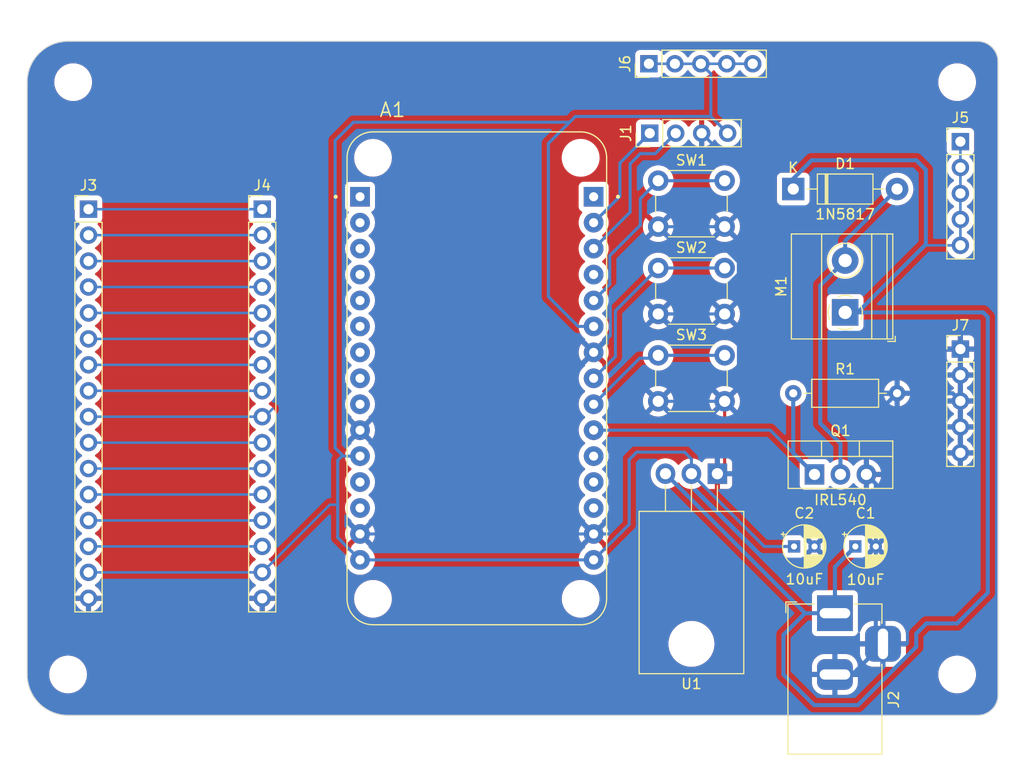
<source format=kicad_pcb>
(kicad_pcb (version 20221018) (generator pcbnew)
  (layers (0 "F.Cu" signal) (31 "B.Cu" signal) (34 "B.Paste" user) (35 "F.Paste" user) (36 "B.SilkS" user "B.Silkscreen") (37 "F.SilkS" user "F.Silkscreen") (38 "B.Mask" user) (39 "F.Mask" user) (44 "Edge.Cuts" user))
  (net 0 "")
  (net 10 "GND")
  (net 11 "+3.3V")
  (net 15 "/D1")
  (net 16 "/D2")
  (net 17 "/D3")
  (net 18 "/D4")
  (net 19 "/D5")
  (net 20 "/D6")
  (net 21 "/D7")
  (net 25 "+12V")
  (net 26 "Net-(D1-A)")
  (net 27 "Net-(J3-Pin_1)")
  (net 28 "Net-(J3-Pin_2)")
  (net 29 "Net-(J3-Pin_3)")
  (net 30 "Net-(J3-Pin_4)")
  (net 31 "Net-(J3-Pin_5)")
  (net 32 "Net-(J3-Pin_6)")
  (net 33 "Net-(J3-Pin_7)")
  (net 34 "Net-(J3-Pin_8)")
  (net 35 "Net-(J3-Pin_9)")
  (net 36 "Net-(J3-Pin_10)")
  (net 37 "Net-(J3-Pin_11)")
  (net 38 "Net-(J3-Pin_12)")
  (net 39 "Net-(J3-Pin_13)")
  (net 40 "Net-(J3-Pin_14)")
  (footprint "PCM_Espressif:Nodemcu V2_ESP8266" (layer "F.Cu") (at 100 107)
    (fp_text reference "A1" (at -8.255 -26.289) (layer "F.SilkS") (effects (font (size 1.4 1.4))))
    (fp_text value "Nodemcu V2_ESP8266")
    (pad "" np_thru_hole circle (at -10.16 -21.59) (size 3.2 3.2) (drill 3.2) (layers "*.Cu" "*.Mask"))
    (pad "" np_thru_hole circle (at -10.16 21.59) (size 3.2 3.2) (drill 3.2) (layers "*.Cu" "*.Mask"))
    (pad "" np_thru_hole circle (at 10.16 -21.59) (size 3.2 3.2) (drill 3.2) (layers "*.Cu" "*.Mask"))
    (pad "" np_thru_hole circle (at 10.16 21.59) (size 3.2 3.2) (drill 3.2) (layers "*.Cu" "*.Mask"))
    (pad "J1_1" thru_hole rect (at -11.43 -17.78) (size 1.93 1.93) (drill 0.889) (layers "*.Cu" "*.Mask"))
    (pad "J1_2" thru_hole circle (at -11.43 -15.24) (size 1.93 1.93) (drill 0.889) (layers "*.Cu" "*.Mask"))
    (pad "J1_3" thru_hole circle (at -11.43 -12.7) (size 1.93 1.93) (drill 0.889) (layers "*.Cu" "*.Mask"))
    (pad "J1_4" thru_hole circle (at -11.43 -10.16) (size 1.93 1.93) (drill 0.889) (layers "*.Cu" "*.Mask"))
    (pad "J1_5" thru_hole circle (at -11.43 -7.62) (size 1.93 1.93) (drill 0.889) (layers "*.Cu" "*.Mask"))
    (pad "J1_6" thru_hole circle (at -11.43 -5.08) (size 1.93 1.93) (drill 0.889) (layers "*.Cu" "*.Mask"))
    (pad "J1_7" thru_hole circle (at -11.43 -2.54) (size 1.93 1.93) (drill 0.889) (layers "*.Cu" "*.Mask"))
    (pad "J1_8" thru_hole circle (at -11.43 0) (size 1.93 1.93) (drill 0.889) (layers "*.Cu" "*.Mask"))
    (pad "J1_9" thru_hole circle (at -11.43 2.54) (size 1.93 1.93) (drill 0.889) (layers "*.Cu" "*.Mask"))
    (pad "J1_10" thru_hole circle (at -11.43 5.08) (size 1.93 1.93) (drill 0.889) (layers "*.Cu" "*.Mask") (net 10 "GND"))
    (pad "J1_11" thru_hole circle (at -11.43 7.62) (size 1.93 1.93) (drill 0.889) (layers "*.Cu" "*.Mask") (net 11 "+3.3V"))
    (pad "J1_12" thru_hole circle (at -11.43 10.16) (size 1.93 1.93) (drill 0.889) (layers "*.Cu" "*.Mask"))
    (pad "J1_13" thru_hole circle (at -11.43 12.7) (size 1.93 1.93) (drill 0.889) (layers "*.Cu" "*.Mask"))
    (pad "J1_14" thru_hole circle (at -11.43 15.24) (size 1.93 1.93) (drill 0.889) (layers "*.Cu" "*.Mask") (net 10 "GND"))
    (pad "J1_15" thru_hole circle (at -11.43 17.78) (size 1.93 1.93) (drill 0.889) (layers "*.Cu" "*.Mask") (net 11 "+3.3V"))
    (pad "J2_1" thru_hole rect (at 11.43 -17.78) (size 1.93 1.93) (drill 0.889) (layers "*.Cu" "*.Mask"))
    (pad "J2_2" thru_hole circle (at 11.43 -15.24) (size 1.93 1.93) (drill 0.889) (layers "*.Cu" "*.Mask") (net 15 "/D1"))
    (pad "J2_3" thru_hole circle (at 11.43 -12.7) (size 1.93 1.93) (drill 0.889) (layers "*.Cu" "*.Mask") (net 16 "/D2"))
    (pad "J2_4" thru_hole circle (at 11.43 -10.16) (size 1.93 1.93) (drill 0.889) (layers "*.Cu" "*.Mask") (net 17 "/D3"))
    (pad "J2_5" thru_hole circle (at 11.43 -7.62) (size 1.93 1.93) (drill 0.889) (layers "*.Cu" "*.Mask") (net 18 "/D4"))
    (pad "J2_6" thru_hole circle (at 11.43 -5.08) (size 1.93 1.93) (drill 0.889) (layers "*.Cu" "*.Mask") (net 11 "+3.3V"))
    (pad "J2_7" thru_hole circle (at 11.43 -2.54) (size 1.93 1.93) (drill 0.889) (layers "*.Cu" "*.Mask") (net 10 "GND"))
    (pad "J2_8" thru_hole circle (at 11.43 0) (size 1.93 1.93) (drill 0.889) (layers "*.Cu" "*.Mask") (net 19 "/D5"))
    (pad "J2_9" thru_hole circle (at 11.43 2.54) (size 1.93 1.93) (drill 0.889) (layers "*.Cu" "*.Mask") (net 20 "/D6"))
    (pad "J2_10" thru_hole circle (at 11.43 5.08) (size 1.93 1.93) (drill 0.889) (layers "*.Cu" "*.Mask") (net 21 "/D7"))
    (pad "J2_11" thru_hole circle (at 11.43 7.62) (size 1.93 1.93) (drill 0.889) (layers "*.Cu" "*.Mask"))
    (pad "J2_12" thru_hole circle (at 11.43 10.16) (size 1.93 1.93) (drill 0.889) (layers "*.Cu" "*.Mask"))
    (pad "J2_13" thru_hole circle (at 11.43 12.7) (size 1.93 1.93) (drill 0.889) (layers "*.Cu" "*.Mask"))
    (pad "J2_14" thru_hole circle (at 11.43 15.24) (size 1.93 1.93) (drill 0.889) (layers "*.Cu" "*.Mask") (net 10 "GND"))
    (pad "J2_15" thru_hole circle (at 11.43 17.78) (size 1.93 1.93) (drill 0.889) (layers "*.Cu" "*.Mask") (net 11 "+3.3V"))
  )
  (footprint "Capacitor_THT:CP_Radial_D4.0mm_P2.00mm" (layer "F.Cu") (at 131.0425 123.465)
    (fp_text reference "C2" (at 1 -3.25) (layer "F.SilkS"))
    (fp_text value "10uF" (at 1.0121 3.2048) (layer "F.SilkS"))
    (pad "1" thru_hole rect (at 0 0) (size 1.2 1.2) (drill 0.6) (layers "*.Cu" "*.Mask") (net 11 "+3.3V"))
    (pad "2" thru_hole circle (at 2 0) (size 1.2 1.2) (drill 0.6) (layers "*.Cu" "*.Mask") (net 10 "GND"))
  )
  (footprint "TerminalBlock_Phoenix:TerminalBlock_Phoenix_MKDS-1,5-2-5.08_1x02_P5.08mm_Horizontal" (layer "F.Cu") (at 136.0425 100.545 90)
    (fp_text reference "M1" (at 2.54 -6.26 90) (layer "F.SilkS"))
    (fp_text value "Motor_DC")
    (pad "1" thru_hole rect (at 0 0 90) (size 2.6 2.6) (drill 1.3) (layers "*.Cu" "*.Mask") (net 25 "+12V"))
    (pad "2" thru_hole circle (at 5.08 0 90) (size 2.6 2.6) (drill 1.3) (layers "*.Cu" "*.Mask") (net 26 "Net-(D1-A)"))
  )
  (footprint "Button_Switch_THT:SW_PUSH_6mm_H4.3mm" (layer "F.Cu") (at 117.75 104.75)
    (fp_text reference "SW3" (at 3.25 -2) (layer "F.SilkS"))
    (fp_text value "SW_Push")
    (pad "1" thru_hole circle (at 0 0 90) (size 2 2) (drill 1.1) (layers "*.Cu" "*.Mask") (net 20 "/D6"))
    (pad "1" thru_hole circle (at 6.5 0 90) (size 2 2) (drill 1.1) (layers "*.Cu" "*.Mask") (net 20 "/D6"))
    (pad "2" thru_hole circle (at 0 4.5 90) (size 2 2) (drill 1.1) (layers "*.Cu" "*.Mask") (net 10 "GND"))
    (pad "2" thru_hole circle (at 6.5 4.5 90) (size 2 2) (drill 1.1) (layers "*.Cu" "*.Mask") (net 10 "GND"))
  )
  (footprint "Connector_PinHeader_2.54mm:PinHeader_1x16_P2.54mm_Vertical" (layer "F.Cu") (at 79 90.44)
    (fp_text reference "J4" (at 0 -2.33) (layer "F.SilkS"))
    (fp_text value "Conn_01x16_Pin")
    (pad "1" thru_hole rect (at 0 0) (size 1.7 1.7) (drill 1) (layers "*.Cu" "*.Mask") (net 27 "Net-(J3-Pin_1)"))
    (pad "2" thru_hole oval (at 0 2.54) (size 1.7 1.7) (drill 1) (layers "*.Cu" "*.Mask") (net 28 "Net-(J3-Pin_2)"))
    (pad "3" thru_hole oval (at 0 5.08) (size 1.7 1.7) (drill 1) (layers "*.Cu" "*.Mask") (net 29 "Net-(J3-Pin_3)"))
    (pad "4" thru_hole oval (at 0 7.62) (size 1.7 1.7) (drill 1) (layers "*.Cu" "*.Mask") (net 30 "Net-(J3-Pin_4)"))
    (pad "5" thru_hole oval (at 0 10.16) (size 1.7 1.7) (drill 1) (layers "*.Cu" "*.Mask") (net 31 "Net-(J3-Pin_5)"))
    (pad "6" thru_hole oval (at 0 12.7) (size 1.7 1.7) (drill 1) (layers "*.Cu" "*.Mask") (net 32 "Net-(J3-Pin_6)"))
    (pad "7" thru_hole oval (at 0 15.24) (size 1.7 1.7) (drill 1) (layers "*.Cu" "*.Mask") (net 33 "Net-(J3-Pin_7)"))
    (pad "8" thru_hole oval (at 0 17.78) (size 1.7 1.7) (drill 1) (layers "*.Cu" "*.Mask") (net 34 "Net-(J3-Pin_8)"))
    (pad "9" thru_hole oval (at 0 20.32) (size 1.7 1.7) (drill 1) (layers "*.Cu" "*.Mask") (net 35 "Net-(J3-Pin_9)"))
    (pad "10" thru_hole oval (at 0 22.86) (size 1.7 1.7) (drill 1) (layers "*.Cu" "*.Mask") (net 36 "Net-(J3-Pin_10)"))
    (pad "11" thru_hole oval (at 0 25.4) (size 1.7 1.7) (drill 1) (layers "*.Cu" "*.Mask") (net 37 "Net-(J3-Pin_11)"))
    (pad "12" thru_hole oval (at 0 27.94) (size 1.7 1.7) (drill 1) (layers "*.Cu" "*.Mask") (net 38 "Net-(J3-Pin_12)"))
    (pad "13" thru_hole oval (at 0 30.48) (size 1.7 1.7) (drill 1) (layers "*.Cu" "*.Mask") (net 39 "Net-(J3-Pin_13)"))
    (pad "14" thru_hole oval (at 0 33.02) (size 1.7 1.7) (drill 1) (layers "*.Cu" "*.Mask") (net 40 "Net-(J3-Pin_14)"))
    (pad "15" thru_hole oval (at 0 35.56) (size 1.7 1.7) (drill 1) (layers "*.Cu" "*.Mask") (net 11 "+3.3V"))
    (pad "16" thru_hole oval (at 0 38.1) (size 1.7 1.7) (drill 1) (layers "*.Cu" "*.Mask") (net 10 "GND"))
  )
  (footprint "MountingHole:MountingHole_3.2mm_M3" (layer "F.Cu") (at 60.5 78)
    (fp_text reference "H4")
    (fp_text value "MountingHole")
    (pad "" np_thru_hole circle (at 0 0) (size 3.2 3.2) (drill 3.2) (layers "*.Cu" "*.Mask"))
  )
  (footprint "MountingHole:MountingHole_3.2mm_M3" (layer "F.Cu") (at 147 78)
    (fp_text reference "H3")
    (fp_text value "MountingHole")
    (pad "" np_thru_hole circle (at 0 0) (size 3.2 3.2) (drill 3.2) (layers "*.Cu" "*.Mask"))
  )
  (footprint "Connector_PinHeader_2.54mm:PinHeader_1x05_P2.54mm_Vertical" (layer "F.Cu") (at 147.32 104.14)
    (fp_text reference "J7" (at 0 -2.33) (layer "F.SilkS"))
    (fp_text value "Conn_01x05_Pin")
    (pad "1" thru_hole rect (at 0 0) (size 1.7 1.7) (drill 1) (layers "*.Cu" "*.Mask") (net 10 "GND"))
    (pad "2" thru_hole oval (at 0 2.54) (size 1.7 1.7) (drill 1) (layers "*.Cu" "*.Mask") (net 10 "GND"))
    (pad "3" thru_hole oval (at 0 5.08) (size 1.7 1.7) (drill 1) (layers "*.Cu" "*.Mask") (net 10 "GND"))
    (pad "4" thru_hole oval (at 0 7.62) (size 1.7 1.7) (drill 1) (layers "*.Cu" "*.Mask") (net 10 "GND"))
    (pad "5" thru_hole oval (at 0 10.16) (size 1.7 1.7) (drill 1) (layers "*.Cu" "*.Mask") (net 10 "GND"))
  )
  (footprint "Package_TO_SOT_THT:TO-220-3_Vertical" (layer "F.Cu") (at 133.0425 116.41)
    (fp_text reference "Q1" (at 2.54 -4.27) (layer "F.SilkS"))
    (fp_text value "IRL540" (at 2.54 2.5) (layer "F.SilkS"))
    (pad "1" thru_hole rect (at 0 0) (size 1.905 2) (drill 1.1) (layers "*.Cu" "*.Mask") (net 21 "/D7"))
    (pad "2" thru_hole oval (at 2.54 0) (size 1.905 2) (drill 1.1) (layers "*.Cu" "*.Mask") (net 26 "Net-(D1-A)"))
    (pad "3" thru_hole oval (at 5.08 0) (size 1.905 2) (drill 1.1) (layers "*.Cu" "*.Mask") (net 10 "GND"))
  )
  (footprint "Connector_PinHeader_2.54mm:PinHeader_1x04_P2.54mm_Vertical" (layer "F.Cu") (at 116.92 83 90)
    (fp_text reference "J1" (at 0 -2.33 90) (layer "F.SilkS"))
    (fp_text value "Conn_01x04_Pin")
    (pad "1" thru_hole rect (at 0 0 90) (size 1.7 1.7) (drill 1) (layers "*.Cu" "*.Mask") (net 15 "/D1"))
    (pad "2" thru_hole oval (at 0 2.54 90) (size 1.7 1.7) (drill 1) (layers "*.Cu" "*.Mask") (net 16 "/D2"))
    (pad "3" thru_hole oval (at 0 5.08 90) (size 1.7 1.7) (drill 1) (layers "*.Cu" "*.Mask") (net 10 "GND"))
    (pad "4" thru_hole oval (at 0 7.62 90) (size 1.7 1.7) (drill 1) (layers "*.Cu" "*.Mask") (net 11 "+3.3V"))
  )
  (footprint "MountingHole:MountingHole_3.2mm_M3" (layer "F.Cu") (at 60 136)
    (fp_text reference "H2")
    (fp_text value "MountingHole")
    (pad "" np_thru_hole circle (at 0 0) (size 3.2 3.2) (drill 3.2) (layers "*.Cu" "*.Mask"))
  )
  (footprint "Button_Switch_THT:SW_PUSH_6mm_H4.3mm" (layer "F.Cu") (at 117.75 96.2)
    (fp_text reference "SW2" (at 3.25 -2) (layer "F.SilkS"))
    (fp_text value "SW_Push")
    (pad "1" thru_hole circle (at 0 0 90) (size 2 2) (drill 1.1) (layers "*.Cu" "*.Mask") (net 19 "/D5"))
    (pad "1" thru_hole circle (at 6.5 0 90) (size 2 2) (drill 1.1) (layers "*.Cu" "*.Mask") (net 19 "/D5"))
    (pad "2" thru_hole circle (at 0 4.5 90) (size 2 2) (drill 1.1) (layers "*.Cu" "*.Mask") (net 10 "GND"))
    (pad "2" thru_hole circle (at 6.5 4.5 90) (size 2 2) (drill 1.1) (layers "*.Cu" "*.Mask") (net 10 "GND"))
  )
  (footprint "Connector_PinHeader_2.54mm:PinHeader_1x05_P2.54mm_Vertical" (layer "F.Cu") (at 147.32 83.82)
    (fp_text reference "J5" (at 0 -2.33) (layer "F.SilkS"))
    (fp_text value "Conn_01x05_Pin")
    (pad "1" thru_hole rect (at 0 0) (size 1.7 1.7) (drill 1) (layers "*.Cu" "*.Mask") (net 25 "+12V"))
    (pad "2" thru_hole oval (at 0 2.54) (size 1.7 1.7) (drill 1) (layers "*.Cu" "*.Mask") (net 25 "+12V"))
    (pad "3" thru_hole oval (at 0 5.08) (size 1.7 1.7) (drill 1) (layers "*.Cu" "*.Mask") (net 25 "+12V"))
    (pad "4" thru_hole oval (at 0 7.62) (size 1.7 1.7) (drill 1) (layers "*.Cu" "*.Mask") (net 25 "+12V"))
    (pad "5" thru_hole oval (at 0 10.16) (size 1.7 1.7) (drill 1) (layers "*.Cu" "*.Mask") (net 25 "+12V"))
  )
  (footprint "Capacitor_THT:CP_Radial_D4.0mm_P2.00mm" (layer "F.Cu") (at 137.0425 123.465)
    (fp_text reference "C1" (at 1 -3.25) (layer "F.SilkS"))
    (fp_text value "10uF" (at 1 3.25) (layer "F.SilkS"))
    (pad "1" thru_hole rect (at 0 0) (size 1.2 1.2) (drill 0.6) (layers "*.Cu" "*.Mask") (net 25 "+12V"))
    (pad "2" thru_hole circle (at 2 0) (size 1.2 1.2) (drill 0.6) (layers "*.Cu" "*.Mask") (net 10 "GND"))
  )
  (footprint "Connector_BarrelJack:BarrelJack_Horizontal" (layer "F.Cu") (at 135.0425 130 90)
    (fp_text reference "J2" (at -8.45 5.75 90) (layer "F.SilkS"))
    (fp_text value "Barrel_Jack_Switch")
    (pad "1" thru_hole rect (at 0 0 90) (size 3.5 3.5) (drill oval 1 3) (layers "*.Cu" "*.Mask") (net 25 "+12V"))
    (pad "2" thru_hole roundrect (at -6 0 90) (size 3 3.5) (drill oval 1 3) (layers "*.Cu" "*.Mask") (net 10 "GND"))
    (pad "3" thru_hole roundrect (at -3 4.7 90) (size 3.5 3.5) (drill oval 3 1) (layers "*.Cu" "*.Mask") (net 10 "GND"))
  )
  (footprint "Connector_PinHeader_2.54mm:PinHeader_1x05_P2.54mm_Vertical" (layer "F.Cu") (at 116.84 76.2 90)
    (fp_text reference "J6" (at 0 -2.33 90) (layer "F.SilkS"))
    (fp_text value "Conn_01x05_Pin")
    (pad "1" thru_hole rect (at 0 0 90) (size 1.7 1.7) (drill 1) (layers "*.Cu" "*.Mask") (net 11 "+3.3V"))
    (pad "2" thru_hole oval (at 0 2.54 90) (size 1.7 1.7) (drill 1) (layers "*.Cu" "*.Mask") (net 11 "+3.3V"))
    (pad "3" thru_hole oval (at 0 5.08 90) (size 1.7 1.7) (drill 1) (layers "*.Cu" "*.Mask") (net 11 "+3.3V"))
    (pad "4" thru_hole oval (at 0 7.62 90) (size 1.7 1.7) (drill 1) (layers "*.Cu" "*.Mask") (net 11 "+3.3V"))
    (pad "5" thru_hole oval (at 0 10.16 90) (size 1.7 1.7) (drill 1) (layers "*.Cu" "*.Mask") (net 11 "+3.3V"))
  )
  (footprint "Diode_THT:D_DO-41_SOD81_P10.16mm_Horizontal" (layer "F.Cu") (at 130.9625 88.465)
    (fp_text reference "D1" (at 5.08 -2.47) (layer "F.SilkS"))
    (fp_text value "1N5817" (at 5.08 2.47) (layer "F.SilkS"))
    (fp_text user "K" (at 0 -2.1) (layer "F.SilkS"))
    (pad "1" thru_hole rect (at 0 0) (size 2.2 2.2) (drill 1.1) (layers "*.Cu" "*.Mask") (net 25 "+12V"))
    (pad "2" thru_hole oval (at 10.16 0) (size 2.2 2.2) (drill 1.1) (layers "*.Cu" "*.Mask") (net 26 "Net-(D1-A)"))
  )
  (footprint "Resistor_THT:R_Axial_DIN0207_L6.3mm_D2.5mm_P10.16mm_Horizontal" (layer "F.Cu") (at 130.9625 108.465)
    (fp_text reference "R1" (at 5.08 -2.37) (layer "F.SilkS"))
    (fp_text value "10K")
    (pad "1" thru_hole circle (at 0 0) (size 1.6 1.6) (drill 0.8) (layers "*.Cu" "*.Mask") (net 21 "/D7"))
    (pad "2" thru_hole oval (at 10.16 0) (size 1.6 1.6) (drill 0.8) (layers "*.Cu" "*.Mask") (net 10 "GND"))
  )
  (footprint "MountingHole:MountingHole_3.2mm_M3" (layer "F.Cu") (at 147 136)
    (fp_text reference "H1")
    (fp_text value "MountingHole")
    (pad "" np_thru_hole circle (at 0 0) (size 3.2 3.2) (drill 3.2) (layers "*.Cu" "*.Mask"))
  )
  (footprint "Connector_PinHeader_2.54mm:PinHeader_1x16_P2.54mm_Vertical" (layer "F.Cu") (at 62 90.44)
    (fp_text reference "J3" (at 0 -2.33) (layer "F.SilkS"))
    (fp_text value "Conn_01x16_Pin")
    (pad "1" thru_hole rect (at 0 0) (size 1.7 1.7) (drill 1) (layers "*.Cu" "*.Mask") (net 27 "Net-(J3-Pin_1)"))
    (pad "2" thru_hole oval (at 0 2.54) (size 1.7 1.7) (drill 1) (layers "*.Cu" "*.Mask") (net 28 "Net-(J3-Pin_2)"))
    (pad "3" thru_hole oval (at 0 5.08) (size 1.7 1.7) (drill 1) (layers "*.Cu" "*.Mask") (net 29 "Net-(J3-Pin_3)"))
    (pad "4" thru_hole oval (at 0 7.62) (size 1.7 1.7) (drill 1) (layers "*.Cu" "*.Mask") (net 30 "Net-(J3-Pin_4)"))
    (pad "5" thru_hole oval (at 0 10.16) (size 1.7 1.7) (drill 1) (layers "*.Cu" "*.Mask") (net 31 "Net-(J3-Pin_5)"))
    (pad "6" thru_hole oval (at 0 12.7) (size 1.7 1.7) (drill 1) (layers "*.Cu" "*.Mask") (net 32 "Net-(J3-Pin_6)"))
    (pad "7" thru_hole oval (at 0 15.24) (size 1.7 1.7) (drill 1) (layers "*.Cu" "*.Mask") (net 33 "Net-(J3-Pin_7)"))
    (pad "8" thru_hole oval (at 0 17.78) (size 1.7 1.7) (drill 1) (layers "*.Cu" "*.Mask") (net 34 "Net-(J3-Pin_8)"))
    (pad "9" thru_hole oval (at 0 20.32) (size 1.7 1.7) (drill 1) (layers "*.Cu" "*.Mask") (net 35 "Net-(J3-Pin_9)"))
    (pad "10" thru_hole oval (at 0 22.86) (size 1.7 1.7) (drill 1) (layers "*.Cu" "*.Mask") (net 36 "Net-(J3-Pin_10)"))
    (pad "11" thru_hole oval (at 0 25.4) (size 1.7 1.7) (drill 1) (layers "*.Cu" "*.Mask") (net 37 "Net-(J3-Pin_11)"))
    (pad "12" thru_hole oval (at 0 27.94) (size 1.7 1.7) (drill 1) (layers "*.Cu" "*.Mask") (net 38 "Net-(J3-Pin_12)"))
    (pad "13" thru_hole oval (at 0 30.48) (size 1.7 1.7) (drill 1) (layers "*.Cu" "*.Mask") (net 39 "Net-(J3-Pin_13)"))
    (pad "14" thru_hole oval (at 0 33.02) (size 1.7 1.7) (drill 1) (layers "*.Cu" "*.Mask") (net 40 "Net-(J3-Pin_14)"))
    (pad "15" thru_hole oval (at 0 35.56) (size 1.7 1.7) (drill 1) (layers "*.Cu" "*.Mask") (net 11 "+3.3V"))
    (pad "16" thru_hole oval (at 0 38.1) (size 1.7 1.7) (drill 1) (layers "*.Cu" "*.Mask") (net 10 "GND"))
  )
  (footprint "Package_TO_SOT_THT:TO-220-3_Horizontal_TabDown" (layer "F.Cu") (at 123.54 116.34 180)
    (fp_text reference "U1" (at 2.54 -20.58) (layer "F.SilkS"))
    (fp_text value "LM1117T-3.3")
    (pad "" np_thru_hole oval (at 2.54 -16.66 180) (size 3.5 3.5) (drill 3.5) (layers "*.Cu" "*.Mask"))
    (pad "1" thru_hole rect (at 0 0 180) (size 1.905 2) (drill 1.1) (layers "*.Cu" "*.Mask") (net 10 "GND"))
    (pad "2" thru_hole oval (at 2.54 0 180) (size 1.905 2) (drill 1.1) (layers "*.Cu" "*.Mask") (net 11 "+3.3V"))
    (pad "3" thru_hole oval (at 5.08 0 180) (size 1.905 2) (drill 1.1) (layers "*.Cu" "*.Mask") (net 25 "+12V"))
  )
  (footprint "Button_Switch_THT:SW_PUSH_6mm_H4.3mm" (layer "F.Cu") (at 117.75 87.65)
    (fp_text reference "SW1" (at 3.25 -2) (layer "F.SilkS"))
    (fp_text value "SW_Push")
    (pad "1" thru_hole circle (at 0 0 90) (size 2 2) (drill 1.1) (layers "*.Cu" "*.Mask") (net 18 "/D4"))
    (pad "1" thru_hole circle (at 6.5 0 90) (size 2 2) (drill 1.1) (layers "*.Cu" "*.Mask") (net 18 "/D4"))
    (pad "2" thru_hole circle (at 0 4.5 90) (size 2 2) (drill 1.1) (layers "*.Cu" "*.Mask") (net 10 "GND"))
    (pad "2" thru_hole circle (at 6.5 4.5 90) (size 2 2) (drill 1.1) (layers "*.Cu" "*.Mask") (net 10 "GND"))
  )
  (gr_arc (start 151 138) (mid 150.414214 139.414214) (end 149 140) (stroke (width 0.1)) (layer "Edge.Cuts"))
  (gr_line (start 151 138) (end 151 76) (stroke (width 0.1)) (layer "Edge.Cuts"))
  (gr_line (start 83 74) (end 149 74) (stroke (width 0.1)) (layer "Edge.Cuts"))
  (gr_line (start 60 140) (end 83 140) (stroke (width 0.1)) (layer "Edge.Cuts"))
  (gr_arc (start 60 140) (mid 57.171573 138.828427) (end 56 136) (stroke (width 0.1)) (layer "Edge.Cuts"))
  (gr_line (start 149 140) (end 83 140) (stroke (width 0.1)) (layer "Edge.Cuts"))
  (gr_arc (start 149 74) (mid 150.414214 74.585786) (end 151 76) (stroke (width 0.1)) (layer "Edge.Cuts"))
  (gr_arc (start 56 78) (mid 57.171573 75.171573) (end 60 74) (stroke (width 0.1)) (layer "Edge.Cuts"))
  (gr_line (start 56 78) (end 56 136) (stroke (width 0.1)) (layer "Edge.Cuts"))
  (gr_line (start 60 74) (end 83 74) (stroke (width 0.1)) (layer "Edge.Cuts"))
  (segment (start 124.25 115.63) (end 123.54 116.34) (width 0.3) (layer "F.Cu") (net 10))
  (segment (start 124.25 109.25) (end 124.25 115.63) (width 0.3) (layer "F.Cu") (net 10))
  (segment (start 125.6 95.640811) (end 125.6 96.759189) (width 0.3) (layer "B.Cu") (net 10))
  (segment (start 147.32 104.14) (end 147.32 114.3) (width 0.25) (layer "B.Cu") (net 10))
  (segment (start 121.659189 100.7) (end 117.75 100.7) (width 0.3) (layer "B.Cu") (net 10))
  (segment (start 111.43 104.46) (end 113.0634 102.8266) (width 0.3) (layer "B.Cu") (net 10))
  (segment (start 88.435 74.125) (end 130.005 74.125) (width 0.25) (layer "B.Cu") (net 10))
  (segment (start 139.0425 132.3) (end 139.0425 123.465) (width 0.4) (layer "B.Cu") (net 10))
  (segment (start 146.565 108.465) (end 147.32 109.22) (width 0.4) (layer "B.Cu") (net 10))
  (segment (start 60.96 83.82) (end 78.74 83.82) (width 0.25) (layer "B.Cu") (net 10))
  (segment (start 126 86) (end 126 90.4) (width 0.3) (layer "B.Cu") (net 10))
  (segment (start 136.7425 136) (end 139.7425 133) (width 0.4) (layer "B.Cu") (net 10))
  (segment (start 125.6 99.35) (end 124.25 100.7) (width 0.3) (layer "B.Cu") (net 10))
  (segment (start 141.1225 108.465) (end 146.565 108.465) (width 0.4) (layer "B.Cu") (net 10))
  (segment (start 139.0425 117.33) (end 138.1225 116.41) (width 0.4) (layer "B.Cu") (net 10))
  (segment (start 122.3772 113.538) (end 115.1128 113.538) (width 0.3) (layer "B.Cu") (net 10))
  (segment (start 117.1702 94.4118) (end 124.370989 94.4118) (width 0.3) (layer "B.Cu") (net 10))
  (segment (start 117.75 92.15) (end 124.25 92.15) (width 0.3) (layer "B.Cu") (net 10))
  (segment (start 139.7425 133) (end 139.0425 132.3) (width 0.4) (layer "B.Cu") (net 10))
  (segment (start 132.08 76.2) (end 132.08 81.28) (width 0.25) (layer "B.Cu") (net 10))
  (segment (start 138.1225 116.41) (end 138.1225 111.465) (width 0.4) (layer "B.Cu") (net 10))
  (segment (start 113.0634 98.5186) (end 117.1702 94.4118) (width 0.3) (layer "B.Cu") (net 10))
  (segment (start 124.370989 94.4118) (end 125.6 95.640811) (width 0.3) (layer "B.Cu") (net 10))
  (segment (start 135.4257 121.0818) (end 138.1535 121.0818) (width 0.4) (layer "B.Cu") (net 10))
  (segment (start 126 90.4) (end 124.25 92.15) (width 0.3) (layer "B.Cu") (net 10))
  (segment (start 114.1476 114.5032) (end 114.1476 120.9802) (width 0.3) (layer "B.Cu") (net 10))
  (segment (start 62 128.54) (end 79 128.54) (width 0.25) (layer "B.Cu") (net 10))
  (segment (start 125.6 107.9) (end 124.25 109.25) (width 0.3) (layer "B.Cu") (net 10))
  (segment (start 125.6 96.759189) (end 121.659189 100.7) (width 0.3) (layer "B.Cu") (net 10))
  (segment (start 88.57 112.08) (end 90.6526 114.1626) (width 0.3) (layer "B.Cu") (net 10))
  (segment (start 123.54 114.7008) (end 122.3772 113.538) (width 0.3) (layer "B.Cu") (net 10))
  (segment (start 124.25 100.7) (end 125.6 102.05) (width 0.3) (layer "B.Cu") (net 10))
  (segment (start 114.1476 120.9802) (end 112.8878 122.24) (width 0.3) (layer "B.Cu") (net 10))
  (segment (start 90.6526 114.1626) (end 90.6526 121.6558) (width 0.3) (layer "B.Cu") (net 10))
  (segment (start 138.1225 111.465) (end 141.1225 108.465) (width 0.4) (layer "B.Cu") (net 10))
  (segment (start 115.1128 113.538) (end 114.1476 114.5032) (width 0.3) (layer "B.Cu") (net 10))
  (segment (start 133.0425 123.465) (end 135.4257 121.0818) (width 0.4) (layer "B.Cu") (net 10))
  (segment (start 59.96 128.54) (end 58.42 127) (width 0.25) (layer "B.Cu") (net 10))
  (segment (start 90.6526 121.6558) (end 90.0684 122.24) (width 0.3) (layer "B.Cu") (net 10))
  (segment (start 130.005 74.125) (end 132.08 76.2) (width 0.25) (layer "B.Cu") (net 10))
  (segment (start 124.25 92.15) (end 125.6 93.5) (width 0.3) (layer "B.Cu") (net 10))
  (segment (start 113.0634 102.8266) (end 113.0634 98.5186) (width 0.3) (layer "B.Cu") (net 10))
  (segment (start 139.0425 123.465) (end 139.0425 121.9708) (width 0.4) (layer "B.Cu") (net 10))
  (segment (start 62 128.54) (end 59.96 128.54) (width 0.25) (layer "B.Cu") (net 10))
  (segment (start 139.0425 121.9708) (end 139.0425 117.33) (width 0.4) (layer "B.Cu") (net 10))
  (segment (start 125.6 93.5) (end 125.6 99.35) (width 0.3) (layer "B.Cu") (net 10))
  (segment (start 135.0425 136) (end 136.7425 136) (width 0.4) (layer "B.Cu") (net 10))
  (segment (start 58.42 86.36) (end 60.96 83.82) (width 0.25) (layer "B.Cu") (net 10))
  (segment (start 125.6 102.05) (end 125.6 107.9) (width 0.3) (layer "B.Cu") (net 10))
  (segment (start 132.08 81.28) (end 127.36 86) (width 0.25) (layer "B.Cu") (net 10))
  (segment (start 88.57 122.24) (end 90.0684 122.24) (width 0.3) (layer "B.Cu") (net 10))
  (segment (start 138.1535 121.0818) (end 139.0425 121.9708) (width 0.4) (layer "B.Cu") (net 10))
  (segment (start 122 83) (end 124 85) (width 0.3) (layer "B.Cu") (net 10))
  (segment (start 117.75 100.7) (end 124.25 100.7) (width 0.3) (layer "B.Cu") (net 10))
  (segment (start 90.0684 122.24) (end 111.43 122.24) (width 0.3) (layer "B.Cu") (net 10))
  (segment (start 124 85) (end 125 85) (width 0.3) (layer "B.Cu") (net 10))
  (segment (start 125.9175 116.34) (end 133.0425 123.465) (width 0.4) (layer "B.Cu") (net 10))
  (segment (start 117.75 109.25) (end 124.25 109.25) (width 0.3) (layer "B.Cu") (net 10))
  (segment (start 78.74 83.82) (end 88.435 74.125) (width 0.25) (layer "B.Cu") (net 10))
  (segment (start 123.54 116.34) (end 123.54 114.7008) (width 0.3) (layer "B.Cu") (net 10))
  (segment (start 125 85) (end 126 86) (width 0.3) (layer "B.Cu") (net 10))
  (segment (start 58.42 127) (end 58.42 86.36) (width 0.25) (layer "B.Cu") (net 10))
  (segment (start 127.36 86) (end 126 86) (width 0.25) (layer "B.Cu") (net 10))
  (segment (start 112.8878 122.24) (end 111.43 122.24) (width 0.3) (layer "B.Cu") (net 10))
  (segment (start 123.54 116.34) (end 125.9175 116.34) (width 0.4) (layer "B.Cu") (net 10))
  (segment (start 121 116.34) (end 128.125 123.465) (width 0.3) (layer "B.Cu") (net 11))
  (segment (start 128.125 123.465) (end 131.0425 123.465) (width 0.3) (layer "B.Cu") (net 11))
  (segment (start 111.43 124.78) (end 114.9096 121.3004) (width 0.3) (layer "B.Cu") (net 11))
  (segment (start 86.3854 122.5954) (end 86.3854 119.38) (width 0.3) (layer "B.Cu") (net 11))
  (segment (start 88.57 124.78) (end 111.43 124.78) (width 0.3) (layer "B.Cu") (net 11))
  (segment (start 122.8962 81.3562) (end 122.8962 77.1762) (width 0.3) (layer "B.Cu") (net 11))
  (segment (start 88.57 124.78) (end 86.3854 122.5954) (width 0.3) (layer "B.Cu") (net 11))
  (segment (start 87.9261 81.9237) (end 86.1314 83.7184) (width 0.3) (layer "B.Cu") (net 11))
  (segment (start 79 126) (end 85.62 119.38) (width 0.25) (layer "B.Cu") (net 11))
  (segment (start 86.1314 113.8072) (end 86.9442 114.62) (width 0.3) (layer "B.Cu") (net 11))
  (segment (start 109.0763 81.9237) (end 87.9261 81.9237) (width 0.3) (layer "B.Cu") (net 11))
  (segment (start 107 84) (end 107 99) (width 0.3) (layer "B.Cu") (net 11))
  (segment (start 127 76.2) (end 116.84 76.2) (width 0.25) (layer "B.Cu") (net 11))
  (segment (start 109.92 101.92) (end 111.43 101.92) (width 0.3) (layer "B.Cu") (net 11))
  (segment (start 120.3198 114.2238) (end 121 114.904) (width 0.3) (layer "B.Cu") (net 11))
  (segment (start 62 126) (end 79 126) (width 0.25) (layer "B.Cu") (net 11))
  (segment (start 115.6462 114.2238) (end 120.3198 114.2238) (width 0.3) (layer "B.Cu") (net 11))
  (segment (start 86.3854 119.38) (end 86.3854 115.0366) (width 0.3) (layer "B.Cu") (net 11))
  (segment (start 122.8962 77.1762) (end 121.92 76.2) (width 0.3) (layer "B.Cu") (net 11))
  (segment (start 109.6438 81.3562) (end 109.0763 81.9237) (width 0.3) (layer "B.Cu") (net 11))
  (segment (start 86.9442 114.62) (end 88.57 114.62) (width 0.3) (layer "B.Cu") (net 11))
  (segment (start 114.9096 121.3004) (end 114.9096 114.9604) (width 0.3) (layer "B.Cu") (net 11))
  (segment (start 86.3854 115.0366) (end 86.802 114.62) (width 0.3) (layer "B.Cu") (net 11))
  (segment (start 107 99) (end 109.92 101.92) (width 0.3) (layer "B.Cu") (net 11))
  (segment (start 86.1314 83.7184) (end 86.1314 113.8072) (width 0.3) (layer "B.Cu") (net 11))
  (segment (start 124.54 83) (end 122.8962 81.3562) (width 0.3) (layer "B.Cu") (net 11))
  (segment (start 114.9096 114.9604) (end 115.6462 114.2238) (width 0.3) (layer "B.Cu") (net 11))
  (segment (start 85.62 119.38) (end 86.3854 119.38) (width 0.25) (layer "B.Cu") (net 11))
  (segment (start 122.8962 81.3562) (end 109.6438 81.3562) (width 0.3) (layer "B.Cu") (net 11))
  (segment (start 121 114.904) (end 121 116.34) (width 0.3) (layer "B.Cu") (net 11))
  (segment (start 86.802 114.62) (end 86.9442 114.62) (width 0.3) (layer "B.Cu") (net 11))
  (segment (start 109.0763 81.9237) (end 107 84) (width 0.3) (layer "B.Cu") (net 11))
  (segment (start 114 89.19) (end 111.43 91.76) (width 0.3) (layer "B.Cu") (net 15))
  (segment (start 116.92 83) (end 114 85.92) (width 0.3) (layer "B.Cu") (net 15))
  (segment (start 114 85.92) (end 114 89.19) (width 0.3) (layer "B.Cu") (net 15))
  (segment (start 111.43 94.3) (end 115 90.73) (width 0.3) (layer "B.Cu") (net 16))
  (segment (start 117.46 85) (end 119.46 83) (width 0.3) (layer "B.Cu") (net 16))
  (segment (start 115 90.73) (end 115 86) (width 0.3) (layer "B.Cu") (net 16))
  (segment (start 116 85) (end 117.46 85) (width 0.3) (layer "B.Cu") (net 16))
  (segment (start 115 86) (end 116 85) (width 0.3) (layer "B.Cu") (net 16))
  (segment (start 116 89.4) (end 116 92) (width 0.3) (layer "B.Cu") (net 18))
  (segment (start 116 92) (end 113 95) (width 0.3) (layer "B.Cu") (net 18))
  (segment (start 113 95) (end 113 97.81) (width 0.3) (layer "B.Cu") (net 18))
  (segment (start 113 97.81) (end 111.43 99.38) (width 0.3) (layer "B.Cu") (net 18))
  (segment (start 117.75 87.65) (end 124.25 87.65) (width 0.3) (layer "B.Cu") (net 18))
  (segment (start 117.75 87.65) (end 116 89.4) (width 0.3) (layer "B.Cu") (net 18))
  (segment (start 113.5634 100.3866) (end 117.75 96.2) (width 0.3) (layer "B.Cu") (net 19))
  (segment (start 117.75 96.2) (end 124.25 96.2) (width 0.3) (layer "B.Cu") (net 19))
  (segment (start 113.5634 104.8666) (end 113.5634 100.3866) (width 0.3) (layer "B.Cu") (net 19))
  (segment (start 111.43 107) (end 113.5634 104.8666) (width 0.3) (layer "B.Cu") (net 19))
  (segment (start 117.471 105.029) (end 117.75 104.75) (width 0.3) (layer "B.Cu") (net 20))
  (segment (start 111.43 109.54) (end 115.941 105.029) (width 0.3) (layer "B.Cu") (net 20))
  (segment (start 117.75 104.75) (end 124.25 104.75) (width 0.3) (layer "B.Cu") (net 20))
  (segment (start 115.941 105.029) (end 117.471 105.029) (width 0.3) (layer "B.Cu") (net 20))
  (segment (start 111.2876 112.08) (end 111.1504 112.2172) (width 0.3) (layer "B.Cu") (net 21))
  (segment (start 130.9625 114.33) (end 133.0425 116.41) (width 0.4) (layer "B.Cu") (net 21))
  (segment (start 130.9625 108.465) (end 130.9625 114.33) (width 0.4) (layer "B.Cu") (net 21))
  (segment (start 111.43 112.08) (end 111.2876 112.08) (width 0.3) (layer "B.Cu") (net 21))
  (segment (start 128.7125 112.08) (end 111.43 112.08) (width 0.3) (layer "B.Cu") (net 21))
  (segment (start 133.0425 116.41) (end 128.7125 112.08) (width 0.3) (layer "B.Cu") (net 21))
  (segment (start 147 131) (end 144 131) (width 0.4) (layer "B.Cu") (net 25))
  (segment (start 137.2752 100.545) (end 143.9418 93.8784) (width 0.4) (layer "B.Cu") (net 25))
  (segment (start 144 131) (end 143 132) (width 0.4) (layer "B.Cu") (net 25))
  (segment (start 133 139) (end 137.295622 139) (width 0.4) (layer "B.Cu") (net 25))
  (segment (start 132.2578 130) (end 135.0425 130) (width 0.4) (layer "B.Cu") (net 25))
  (segment (start 130.9625 87.4521) (end 130.9625 88.465) (width 0.4) (layer "B.Cu") (net 25))
  (segment (start 147.32 93.98) (end 147.32 83.82) (width 0.25) (layer "B.Cu") (net 25))
  (segment (start 143.9418 86.5886) (end 143.002 85.6488) (width 0.4) (layer "B.Cu") (net 25))
  (segment (start 135.0425 130) (end 135.0425 125.465) (width 0.4) (layer "B.Cu") (net 25))
  (segment (start 133 139) (end 130 136) (width 0.4) (layer "B.Cu") (net 25))
  (segment (start 147.32 93.98) (end 144.0434 93.98) (width 0.25) (layer "B.Cu") (net 25))
  (segment (start 143.9418 93.8784) (end 143.9418 86.5886) (width 0.4) (layer "B.Cu") (net 25))
  (segment (start 130 136) (end 130 132.12) (width 0.4) (layer "B.Cu") (net 25))
  (segment (start 137.295622 139) (end 143 133.295622) (width 0.4) (layer "B.Cu") (net 25))
  (segment (start 143.002 85.6488) (end 132.7658 85.6488) (width 0.4) (layer "B.Cu") (net 25))
  (segment (start 118.46 116.34) (end 132.12 130) (width 0.4) (layer "B.Cu") (net 25))
  (segment (start 150 128) (end 147 131) (width 0.4) (layer "B.Cu") (net 25))
  (segment (start 135.0425 125.465) (end 137.0425 123.465) (width 0.4) (layer "B.Cu") (net 25))
  (segment (start 136.0425 100.545) (end 149.545 100.545) (width 0.4) (layer "B.Cu") (net 25))
  (segment (start 143 133.295622) (end 143 132) (width 0.4) (layer "B.Cu") (net 25))
  (segment (start 149.545 100.545) (end 150 101) (width 0.4) (layer "B.Cu") (net 25))
  (segment (start 150 101) (end 150 128) (width 0.4) (layer "B.Cu") (net 25))
  (segment (start 144.0434 93.98) (end 143.9418 93.8784) (width 0.25) (layer "B.Cu") (net 25))
  (segment (start 136.0425 100.545) (end 137.2752 100.545) (width 0.4) (layer "B.Cu") (net 25))
  (segment (start 132.12 130) (end 132.2578 130) (width 0.4) (layer "B.Cu") (net 25))
  (segment (start 132.7658 85.6488) (end 130.9625 87.4521) (width 0.4) (layer "B.Cu") (net 25))
  (segment (start 130 132.12) (end 132.12 130) (width 0.4) (layer "B.Cu") (net 25))
  (segment (start 136.0425 95.465) (end 136.0425 93.545) (width 0.4) (layer "B.Cu") (net 26))
  (segment (start 133.604 111.4044) (end 135.5825 113.3829) (width 0.4) (layer "B.Cu") (net 26))
  (segment (start 135.5825 113.3829) (end 135.5825 116.41) (width 0.4) (layer "B.Cu") (net 26))
  (segment (start 133.604 97.9035) (end 133.604 111.4044) (width 0.4) (layer "B.Cu") (net 26))
  (segment (start 136.0425 93.545) (end 141.1225 88.465) (width 0.4) (layer "B.Cu") (net 26))
  (segment (start 136.0425 95.465) (end 133.604 97.9035) (width 0.4) (layer "B.Cu") (net 26))
  (segment (start 62 90.44) (end 79 90.44) (width 0.25) (layer "B.Cu") (net 27))
  (segment (start 62 92.98) (end 79 92.98) (width 0.25) (layer "B.Cu") (net 28))
  (segment (start 62 95.52) (end 79 95.52) (width 0.25) (layer "B.Cu") (net 29))
  (segment (start 62 98.06) (end 79 98.06) (width 0.25) (layer "B.Cu") (net 30))
  (segment (start 62 100.6) (end 79 100.6) (width 0.25) (layer "B.Cu") (net 31))
  (segment (start 62 103.14) (end 79 103.14) (width 0.25) (layer "B.Cu") (net 32))
  (segment (start 62 105.68) (end 79 105.68) (width 0.25) (layer "B.Cu") (net 33))
  (segment (start 62 108.22) (end 79 108.22) (width 0.25) (layer "B.Cu") (net 34))
  (segment (start 62 110.76) (end 79.24 110.76) (width 0.25) (layer "B.Cu") (net 35))
  (segment (start 79.24 110.76) (end 80 110) (width 0.25) (layer "B.Cu") (net 35))
  (segment (start 62 113.3) (end 79 113.3) (width 0.25) (layer "B.Cu") (net 36))
  (segment (start 62 115.84) (end 79 115.84) (width 0.25) (layer "B.Cu") (net 37))
  (segment (start 62 118.38) (end 79 118.38) (width 0.25) (layer "B.Cu") (net 38))
  (segment (start 62 120.92) (end 79 120.92) (width 0.25) (layer "B.Cu") (net 39))
  (segment (start 62 123.46) (end 79 123.46) (width 0.25) (layer "B.Cu") (net 40))
  (zone (net 10) (net_name "GND") (layers "F&B.Cu") (connect_pads (clearance 0.5)) (min_thickness 0.25) (fill yes (thermal_gap 0.5) (thermal_bridge_width 0.5))
    (polygon (pts (xy 53.34 71.12) (xy 152.4 71.12) (xy 152.4 144.78) (xy 53.34 144.78)))
  )
)
</source>
